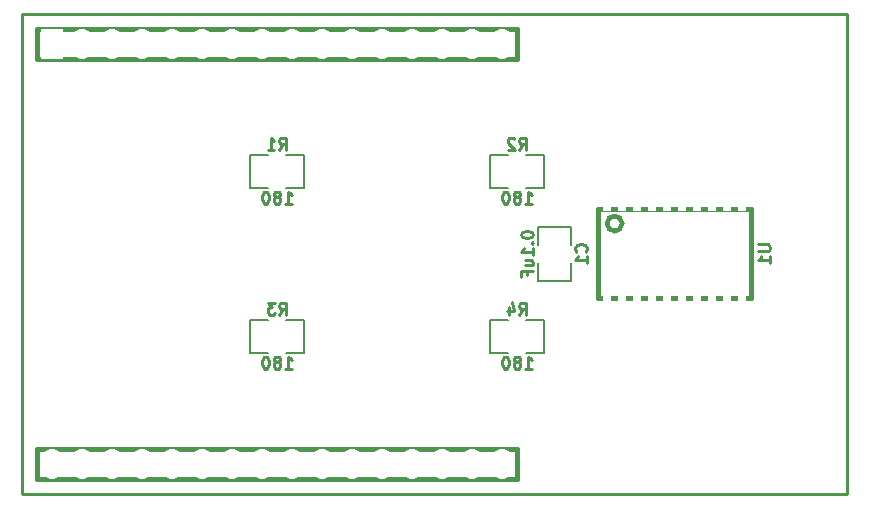
<source format=gbo>
G04 #@! TF.GenerationSoftware,KiCad,Pcbnew,no-vcs-found-6223534~58~ubuntu16.04.1*
G04 #@! TF.CreationDate,2017-03-08T16:15:12-05:00*
G04 #@! TF.ProjectId,optical_switch_interface_3x2,6F70746963616C5F7377697463685F69,1.0*
G04 #@! TF.FileFunction,Legend,Bot*
G04 #@! TF.FilePolarity,Positive*
%FSLAX46Y46*%
G04 Gerber Fmt 4.6, Leading zero omitted, Abs format (unit mm)*
G04 Created by KiCad (PCBNEW no-vcs-found-6223534~58~ubuntu16.04.1) date Wed Mar  8 16:15:12 2017*
%MOMM*%
%LPD*%
G01*
G04 APERTURE LIST*
%ADD10C,0.100000*%
%ADD11C,0.228600*%
%ADD12C,0.381000*%
%ADD13C,0.127000*%
%ADD14C,0.254000*%
%ADD15O,1.854200X2.540000*%
%ADD16R,1.854200X2.540000*%
%ADD17C,3.556000*%
%ADD18R,2.540000X1.270000*%
%ADD19O,5.080000X3.048000*%
%ADD20O,2.032000X1.524000*%
%ADD21O,1.524000X2.032000*%
%ADD22R,1.270000X2.540000*%
%ADD23R,0.740000X2.140000*%
G04 APERTURE END LIST*
D10*
D11*
X155575000Y-68580000D02*
X85725000Y-68580000D01*
X155575000Y-109220000D02*
X155575000Y-68580000D01*
X85725000Y-109220000D02*
X155575000Y-109220000D01*
X85725000Y-68580000D02*
X85725000Y-109220000D01*
D12*
X86995000Y-105410000D02*
X86995000Y-107950000D01*
X86995000Y-107950000D02*
X127635000Y-107950000D01*
X127635000Y-107950000D02*
X127635000Y-105410000D01*
X127635000Y-105410000D02*
X86995000Y-105410000D01*
X86995000Y-69850000D02*
X86995000Y-72390000D01*
X86995000Y-72390000D02*
X127635000Y-72390000D01*
X127635000Y-72390000D02*
X127635000Y-69850000D01*
X127635000Y-69850000D02*
X86995000Y-69850000D01*
D13*
X132207000Y-89662000D02*
X132207000Y-91186000D01*
X132207000Y-91186000D02*
X129413000Y-91186000D01*
X129413000Y-91186000D02*
X129413000Y-89662000D01*
X129413000Y-88138000D02*
X129413000Y-86614000D01*
X129413000Y-86614000D02*
X132207000Y-86614000D01*
X132207000Y-86614000D02*
X132207000Y-88138000D01*
X105029000Y-80518000D02*
X106553000Y-80518000D01*
X105029000Y-83312000D02*
X105029000Y-80518000D01*
X106553000Y-83312000D02*
X105029000Y-83312000D01*
X109601000Y-83312000D02*
X108077000Y-83312000D01*
X109601000Y-80518000D02*
X109601000Y-83312000D01*
X108077000Y-80518000D02*
X109601000Y-80518000D01*
X128397000Y-80518000D02*
X129921000Y-80518000D01*
X129921000Y-80518000D02*
X129921000Y-83312000D01*
X129921000Y-83312000D02*
X128397000Y-83312000D01*
X126873000Y-83312000D02*
X125349000Y-83312000D01*
X125349000Y-83312000D02*
X125349000Y-80518000D01*
X125349000Y-80518000D02*
X126873000Y-80518000D01*
X105029000Y-94488000D02*
X106553000Y-94488000D01*
X105029000Y-97282000D02*
X105029000Y-94488000D01*
X106553000Y-97282000D02*
X105029000Y-97282000D01*
X109601000Y-97282000D02*
X108077000Y-97282000D01*
X109601000Y-94488000D02*
X109601000Y-97282000D01*
X108077000Y-94488000D02*
X109601000Y-94488000D01*
X128397000Y-94488000D02*
X129921000Y-94488000D01*
X129921000Y-94488000D02*
X129921000Y-97282000D01*
X129921000Y-97282000D02*
X128397000Y-97282000D01*
X126873000Y-97282000D02*
X125349000Y-97282000D01*
X125349000Y-97282000D02*
X125349000Y-94488000D01*
X125349000Y-94488000D02*
X126873000Y-94488000D01*
D12*
X136525000Y-86360000D02*
G75*
G03X136525000Y-86360000I-635000J0D01*
G01*
X134470000Y-85150000D02*
X147470000Y-85150000D01*
X147470000Y-85150000D02*
X147470000Y-92650000D01*
X147470000Y-92650000D02*
X134470000Y-92650000D01*
X134470000Y-92650000D02*
X134470000Y-85150000D01*
D14*
X133458857Y-88730666D02*
X133507238Y-88682285D01*
X133555619Y-88537142D01*
X133555619Y-88440380D01*
X133507238Y-88295238D01*
X133410476Y-88198476D01*
X133313714Y-88150095D01*
X133120190Y-88101714D01*
X132975047Y-88101714D01*
X132781523Y-88150095D01*
X132684761Y-88198476D01*
X132588000Y-88295238D01*
X132539619Y-88440380D01*
X132539619Y-88537142D01*
X132588000Y-88682285D01*
X132636380Y-88730666D01*
X133555619Y-89698285D02*
X133555619Y-89117714D01*
X133555619Y-89408000D02*
X132539619Y-89408000D01*
X132684761Y-89311238D01*
X132781523Y-89214476D01*
X132829904Y-89117714D01*
X127967619Y-87230857D02*
X127967619Y-87327619D01*
X128016000Y-87424380D01*
X128064380Y-87472761D01*
X128161142Y-87521142D01*
X128354666Y-87569523D01*
X128596571Y-87569523D01*
X128790095Y-87521142D01*
X128886857Y-87472761D01*
X128935238Y-87424380D01*
X128983619Y-87327619D01*
X128983619Y-87230857D01*
X128935238Y-87134095D01*
X128886857Y-87085714D01*
X128790095Y-87037333D01*
X128596571Y-86988952D01*
X128354666Y-86988952D01*
X128161142Y-87037333D01*
X128064380Y-87085714D01*
X128016000Y-87134095D01*
X127967619Y-87230857D01*
X128886857Y-88004952D02*
X128935238Y-88053333D01*
X128983619Y-88004952D01*
X128935238Y-87956571D01*
X128886857Y-88004952D01*
X128983619Y-88004952D01*
X128983619Y-89020952D02*
X128983619Y-88440380D01*
X128983619Y-88730666D02*
X127967619Y-88730666D01*
X128112761Y-88633904D01*
X128209523Y-88537142D01*
X128257904Y-88440380D01*
X128306285Y-89891809D02*
X128983619Y-89891809D01*
X128306285Y-89456380D02*
X128838476Y-89456380D01*
X128935238Y-89504761D01*
X128983619Y-89601523D01*
X128983619Y-89746666D01*
X128935238Y-89843428D01*
X128886857Y-89891809D01*
X128451428Y-90714285D02*
X128451428Y-90375619D01*
X128983619Y-90375619D02*
X127967619Y-90375619D01*
X127967619Y-90859428D01*
X107484333Y-80088619D02*
X107823000Y-79604809D01*
X108064904Y-80088619D02*
X108064904Y-79072619D01*
X107677857Y-79072619D01*
X107581095Y-79121000D01*
X107532714Y-79169380D01*
X107484333Y-79266142D01*
X107484333Y-79411285D01*
X107532714Y-79508047D01*
X107581095Y-79556428D01*
X107677857Y-79604809D01*
X108064904Y-79604809D01*
X106516714Y-80088619D02*
X107097285Y-80088619D01*
X106807000Y-80088619D02*
X106807000Y-79072619D01*
X106903761Y-79217761D01*
X107000523Y-79314523D01*
X107097285Y-79362904D01*
X107992333Y-84660619D02*
X108572904Y-84660619D01*
X108282619Y-84660619D02*
X108282619Y-83644619D01*
X108379380Y-83789761D01*
X108476142Y-83886523D01*
X108572904Y-83934904D01*
X107411761Y-84080047D02*
X107508523Y-84031666D01*
X107556904Y-83983285D01*
X107605285Y-83886523D01*
X107605285Y-83838142D01*
X107556904Y-83741380D01*
X107508523Y-83693000D01*
X107411761Y-83644619D01*
X107218238Y-83644619D01*
X107121476Y-83693000D01*
X107073095Y-83741380D01*
X107024714Y-83838142D01*
X107024714Y-83886523D01*
X107073095Y-83983285D01*
X107121476Y-84031666D01*
X107218238Y-84080047D01*
X107411761Y-84080047D01*
X107508523Y-84128428D01*
X107556904Y-84176809D01*
X107605285Y-84273571D01*
X107605285Y-84467095D01*
X107556904Y-84563857D01*
X107508523Y-84612238D01*
X107411761Y-84660619D01*
X107218238Y-84660619D01*
X107121476Y-84612238D01*
X107073095Y-84563857D01*
X107024714Y-84467095D01*
X107024714Y-84273571D01*
X107073095Y-84176809D01*
X107121476Y-84128428D01*
X107218238Y-84080047D01*
X106395761Y-83644619D02*
X106299000Y-83644619D01*
X106202238Y-83693000D01*
X106153857Y-83741380D01*
X106105476Y-83838142D01*
X106057095Y-84031666D01*
X106057095Y-84273571D01*
X106105476Y-84467095D01*
X106153857Y-84563857D01*
X106202238Y-84612238D01*
X106299000Y-84660619D01*
X106395761Y-84660619D01*
X106492523Y-84612238D01*
X106540904Y-84563857D01*
X106589285Y-84467095D01*
X106637666Y-84273571D01*
X106637666Y-84031666D01*
X106589285Y-83838142D01*
X106540904Y-83741380D01*
X106492523Y-83693000D01*
X106395761Y-83644619D01*
X127804333Y-80088619D02*
X128143000Y-79604809D01*
X128384904Y-80088619D02*
X128384904Y-79072619D01*
X127997857Y-79072619D01*
X127901095Y-79121000D01*
X127852714Y-79169380D01*
X127804333Y-79266142D01*
X127804333Y-79411285D01*
X127852714Y-79508047D01*
X127901095Y-79556428D01*
X127997857Y-79604809D01*
X128384904Y-79604809D01*
X127417285Y-79169380D02*
X127368904Y-79121000D01*
X127272142Y-79072619D01*
X127030238Y-79072619D01*
X126933476Y-79121000D01*
X126885095Y-79169380D01*
X126836714Y-79266142D01*
X126836714Y-79362904D01*
X126885095Y-79508047D01*
X127465666Y-80088619D01*
X126836714Y-80088619D01*
X128312333Y-84660619D02*
X128892904Y-84660619D01*
X128602619Y-84660619D02*
X128602619Y-83644619D01*
X128699380Y-83789761D01*
X128796142Y-83886523D01*
X128892904Y-83934904D01*
X127731761Y-84080047D02*
X127828523Y-84031666D01*
X127876904Y-83983285D01*
X127925285Y-83886523D01*
X127925285Y-83838142D01*
X127876904Y-83741380D01*
X127828523Y-83693000D01*
X127731761Y-83644619D01*
X127538238Y-83644619D01*
X127441476Y-83693000D01*
X127393095Y-83741380D01*
X127344714Y-83838142D01*
X127344714Y-83886523D01*
X127393095Y-83983285D01*
X127441476Y-84031666D01*
X127538238Y-84080047D01*
X127731761Y-84080047D01*
X127828523Y-84128428D01*
X127876904Y-84176809D01*
X127925285Y-84273571D01*
X127925285Y-84467095D01*
X127876904Y-84563857D01*
X127828523Y-84612238D01*
X127731761Y-84660619D01*
X127538238Y-84660619D01*
X127441476Y-84612238D01*
X127393095Y-84563857D01*
X127344714Y-84467095D01*
X127344714Y-84273571D01*
X127393095Y-84176809D01*
X127441476Y-84128428D01*
X127538238Y-84080047D01*
X126715761Y-83644619D02*
X126619000Y-83644619D01*
X126522238Y-83693000D01*
X126473857Y-83741380D01*
X126425476Y-83838142D01*
X126377095Y-84031666D01*
X126377095Y-84273571D01*
X126425476Y-84467095D01*
X126473857Y-84563857D01*
X126522238Y-84612238D01*
X126619000Y-84660619D01*
X126715761Y-84660619D01*
X126812523Y-84612238D01*
X126860904Y-84563857D01*
X126909285Y-84467095D01*
X126957666Y-84273571D01*
X126957666Y-84031666D01*
X126909285Y-83838142D01*
X126860904Y-83741380D01*
X126812523Y-83693000D01*
X126715761Y-83644619D01*
X107484333Y-94058619D02*
X107823000Y-93574809D01*
X108064904Y-94058619D02*
X108064904Y-93042619D01*
X107677857Y-93042619D01*
X107581095Y-93091000D01*
X107532714Y-93139380D01*
X107484333Y-93236142D01*
X107484333Y-93381285D01*
X107532714Y-93478047D01*
X107581095Y-93526428D01*
X107677857Y-93574809D01*
X108064904Y-93574809D01*
X107145666Y-93042619D02*
X106516714Y-93042619D01*
X106855380Y-93429666D01*
X106710238Y-93429666D01*
X106613476Y-93478047D01*
X106565095Y-93526428D01*
X106516714Y-93623190D01*
X106516714Y-93865095D01*
X106565095Y-93961857D01*
X106613476Y-94010238D01*
X106710238Y-94058619D01*
X107000523Y-94058619D01*
X107097285Y-94010238D01*
X107145666Y-93961857D01*
X107992333Y-98630619D02*
X108572904Y-98630619D01*
X108282619Y-98630619D02*
X108282619Y-97614619D01*
X108379380Y-97759761D01*
X108476142Y-97856523D01*
X108572904Y-97904904D01*
X107411761Y-98050047D02*
X107508523Y-98001666D01*
X107556904Y-97953285D01*
X107605285Y-97856523D01*
X107605285Y-97808142D01*
X107556904Y-97711380D01*
X107508523Y-97663000D01*
X107411761Y-97614619D01*
X107218238Y-97614619D01*
X107121476Y-97663000D01*
X107073095Y-97711380D01*
X107024714Y-97808142D01*
X107024714Y-97856523D01*
X107073095Y-97953285D01*
X107121476Y-98001666D01*
X107218238Y-98050047D01*
X107411761Y-98050047D01*
X107508523Y-98098428D01*
X107556904Y-98146809D01*
X107605285Y-98243571D01*
X107605285Y-98437095D01*
X107556904Y-98533857D01*
X107508523Y-98582238D01*
X107411761Y-98630619D01*
X107218238Y-98630619D01*
X107121476Y-98582238D01*
X107073095Y-98533857D01*
X107024714Y-98437095D01*
X107024714Y-98243571D01*
X107073095Y-98146809D01*
X107121476Y-98098428D01*
X107218238Y-98050047D01*
X106395761Y-97614619D02*
X106299000Y-97614619D01*
X106202238Y-97663000D01*
X106153857Y-97711380D01*
X106105476Y-97808142D01*
X106057095Y-98001666D01*
X106057095Y-98243571D01*
X106105476Y-98437095D01*
X106153857Y-98533857D01*
X106202238Y-98582238D01*
X106299000Y-98630619D01*
X106395761Y-98630619D01*
X106492523Y-98582238D01*
X106540904Y-98533857D01*
X106589285Y-98437095D01*
X106637666Y-98243571D01*
X106637666Y-98001666D01*
X106589285Y-97808142D01*
X106540904Y-97711380D01*
X106492523Y-97663000D01*
X106395761Y-97614619D01*
X127804333Y-94058619D02*
X128143000Y-93574809D01*
X128384904Y-94058619D02*
X128384904Y-93042619D01*
X127997857Y-93042619D01*
X127901095Y-93091000D01*
X127852714Y-93139380D01*
X127804333Y-93236142D01*
X127804333Y-93381285D01*
X127852714Y-93478047D01*
X127901095Y-93526428D01*
X127997857Y-93574809D01*
X128384904Y-93574809D01*
X126933476Y-93381285D02*
X126933476Y-94058619D01*
X127175380Y-92994238D02*
X127417285Y-93719952D01*
X126788333Y-93719952D01*
X128312333Y-98630619D02*
X128892904Y-98630619D01*
X128602619Y-98630619D02*
X128602619Y-97614619D01*
X128699380Y-97759761D01*
X128796142Y-97856523D01*
X128892904Y-97904904D01*
X127731761Y-98050047D02*
X127828523Y-98001666D01*
X127876904Y-97953285D01*
X127925285Y-97856523D01*
X127925285Y-97808142D01*
X127876904Y-97711380D01*
X127828523Y-97663000D01*
X127731761Y-97614619D01*
X127538238Y-97614619D01*
X127441476Y-97663000D01*
X127393095Y-97711380D01*
X127344714Y-97808142D01*
X127344714Y-97856523D01*
X127393095Y-97953285D01*
X127441476Y-98001666D01*
X127538238Y-98050047D01*
X127731761Y-98050047D01*
X127828523Y-98098428D01*
X127876904Y-98146809D01*
X127925285Y-98243571D01*
X127925285Y-98437095D01*
X127876904Y-98533857D01*
X127828523Y-98582238D01*
X127731761Y-98630619D01*
X127538238Y-98630619D01*
X127441476Y-98582238D01*
X127393095Y-98533857D01*
X127344714Y-98437095D01*
X127344714Y-98243571D01*
X127393095Y-98146809D01*
X127441476Y-98098428D01*
X127538238Y-98050047D01*
X126715761Y-97614619D02*
X126619000Y-97614619D01*
X126522238Y-97663000D01*
X126473857Y-97711380D01*
X126425476Y-97808142D01*
X126377095Y-98001666D01*
X126377095Y-98243571D01*
X126425476Y-98437095D01*
X126473857Y-98533857D01*
X126522238Y-98582238D01*
X126619000Y-98630619D01*
X126715761Y-98630619D01*
X126812523Y-98582238D01*
X126860904Y-98533857D01*
X126909285Y-98437095D01*
X126957666Y-98243571D01*
X126957666Y-98001666D01*
X126909285Y-97808142D01*
X126860904Y-97711380D01*
X126812523Y-97663000D01*
X126715761Y-97614619D01*
X148033619Y-88125904D02*
X148856095Y-88125904D01*
X148952857Y-88174285D01*
X149001238Y-88222666D01*
X149049619Y-88319428D01*
X149049619Y-88512952D01*
X149001238Y-88609714D01*
X148952857Y-88658095D01*
X148856095Y-88706476D01*
X148033619Y-88706476D01*
X149049619Y-89722476D02*
X149049619Y-89141904D01*
X149049619Y-89432190D02*
X148033619Y-89432190D01*
X148178761Y-89335428D01*
X148275523Y-89238666D01*
X148323904Y-89141904D01*
%LPC*%
D15*
X90805000Y-71120000D03*
X93345000Y-71120000D03*
D16*
X88265000Y-71120000D03*
D15*
X95885000Y-71120000D03*
X98425000Y-71120000D03*
X100965000Y-71120000D03*
X103505000Y-71120000D03*
X106045000Y-71120000D03*
X108585000Y-71120000D03*
X111125000Y-71120000D03*
X113665000Y-71120000D03*
X116205000Y-71120000D03*
X118745000Y-71120000D03*
X121285000Y-71120000D03*
X123825000Y-71120000D03*
X126365000Y-71120000D03*
X126365000Y-106680000D03*
X123825000Y-106680000D03*
X121285000Y-106680000D03*
X118745000Y-106680000D03*
X116205000Y-106680000D03*
X113665000Y-106680000D03*
X111125000Y-106680000D03*
X108585000Y-106680000D03*
X106045000Y-106680000D03*
X103505000Y-106680000D03*
X100965000Y-106680000D03*
X98425000Y-106680000D03*
X95885000Y-106680000D03*
X93345000Y-106680000D03*
X90805000Y-106680000D03*
X88265000Y-106680000D03*
D17*
X89535000Y-76200000D03*
X89535000Y-101600000D03*
X130175000Y-106680000D03*
X130175000Y-71120000D03*
D18*
X130810000Y-90424000D03*
X130810000Y-87376000D03*
D19*
X149860000Y-71120000D03*
X149860000Y-81280000D03*
D20*
X143764000Y-76200000D03*
D21*
X140970000Y-76200000D03*
X140970000Y-78994000D03*
X140970000Y-73406000D03*
X140970000Y-98806000D03*
X140970000Y-104394000D03*
X140970000Y-101600000D03*
D20*
X143764000Y-101600000D03*
D19*
X149860000Y-106680000D03*
X149860000Y-96520000D03*
D22*
X105791000Y-81915000D03*
X108839000Y-81915000D03*
X129159000Y-81915000D03*
X126111000Y-81915000D03*
X105791000Y-95885000D03*
X108839000Y-95885000D03*
X129159000Y-95885000D03*
X126111000Y-95885000D03*
D23*
X135255000Y-93550000D03*
X136525000Y-93550000D03*
X137795000Y-93550000D03*
X139065000Y-93550000D03*
X140335000Y-93550000D03*
X141605000Y-93550000D03*
X142875000Y-93550000D03*
X144145000Y-93550000D03*
X145415000Y-93550000D03*
X146685000Y-93550000D03*
X146685000Y-84250000D03*
X145415000Y-84250000D03*
X144145000Y-84250000D03*
X142875000Y-84250000D03*
X141605000Y-84250000D03*
X140335000Y-84250000D03*
X139065000Y-84250000D03*
X137795000Y-84250000D03*
X136525000Y-84250000D03*
X135255000Y-84250000D03*
M02*

</source>
